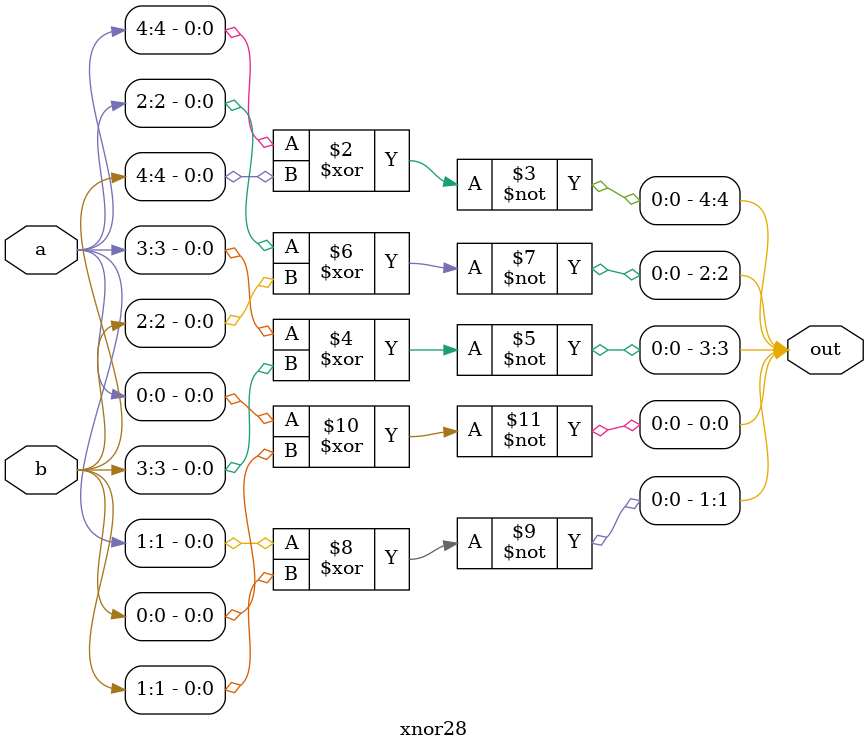
<source format=v>
module xnor28 (
    input wire [4:0] a,
    input wire [4:0] b,
    output reg [4:0] out
);

always @(*) begin

    out[4] = ~(a[4] ^ b[4]);

    out[3] = ~(a[3] ^ b[3]);
    out[2] = ~(a[2] ^ b[2]);
    out[1] = ~(a[1] ^ b[1]);
    out[0] = ~(a[0] ^ b[0]);

end


endmodule
</source>
